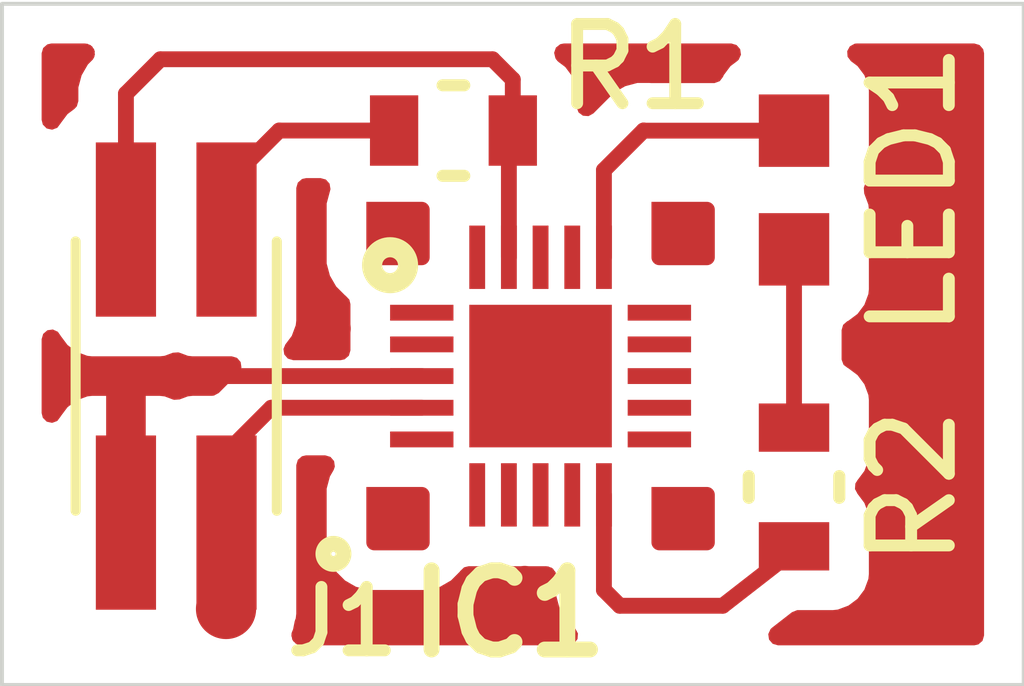
<source format=kicad_pcb>
(kicad_pcb (version 20241229) (generator "pcbnew") (generator_version "9.0")
  (layers (0 "F.Cu" signal) (2 "B.Cu" signal) (13 "F.Paste" user) (15 "B.Paste" user) (5 "F.SilkS" user "F.Silkscreen") (7 "B.SilkS" user "B.Silkscreen") (1 "F.Mask" user) (3 "B.Mask" user) (25 "Edge.Cuts" user))
  (net 0 "")
  (net 2 "5V")
  (net 9 "UPDI")
  (net 14 "GND")
  (net 20 "TX")
  (net 21 "Net-(IC1-PC1)")
  (net 22 "Net-(LED1-Pad1)")
  (net 23 "Net-(IC1-PB_4)")
  (footprint "Neil:LED 0603" (layer "F.Cu") (at 153.3 88.6507 90)
    (property "Reference" "LED1" (at 0 1.5 90) (layer "F.SilkS"))
    (property "Value" "B1911USD-20D000114U1930" (hide yes))
    (pad "1" smd rect (at -0.7493 0 90) (size 0.9144 0.889) (layers "F.Cu" "F.Mask" "F.Paste") (net 22 "Net-(LED1-Pad1)"))
    (pad "2" smd rect (at 0.7493 0 90) (size 0.9144 0.889) (layers "F.Cu" "F.Mask" "F.Paste") (net 21 "Net-(IC1-PC1)"))
    (zone (net 0) (net_name "") (layer "F.Cu") (connect_pads (clearance 0)) (min_thickness 0.254)
      (keepout (tracks not_allowed) (vias not_allowed) (pads allowed) (copperpour not_allowed) (footprints allowed))
      (fill (thermal_gap 0.508) (thermal_bridge_width 0.508))
      (polygon (pts (xy 152.9063 88.892) (xy 152.9063 88.4094) (xy 153.6937 88.4094) (xy 153.6937 88.892)))
    )
  )
  (footprint "Neil:Resistor 0603" (layer "F.Cu") (at 149 87.9)
    (property "Reference" "R1" (at 2.3 -0.8 0) (layer "F.SilkS"))
    (property "Value" "4.99k" (hide yes))
    (fp_line (start -0.13695 0.5715) (end 0.13695 0.5715) (stroke (width 0.1524)) (layer "F.SilkS"))
    (fp_line (start 0.13695 -0.5715) (end -0.13695 -0.5715) (stroke (width 0.1524)) (layer "F.SilkS"))
    (pad "1" smd rect (at -0.7493 0) (size 0.6096 0.889) (layers "F.Cu" "F.Mask" "F.Paste") (net 20 "TX"))
    (pad "2" smd rect (at 0.7493 0) (size 0.6096 0.889) (layers "F.Cu" "F.Mask" "F.Paste") (net 9 "UPDI"))
    (zone (net 0) (net_name "") (layer "F.Cu") (connect_pads (clearance 0)) (min_thickness 0.254)
      (keepout (tracks not_allowed) (vias not_allowed) (pads allowed) (copperpour not_allowed) (footprints allowed))
      (fill (thermal_gap 0.508) (thermal_bridge_width 0.508))
      (polygon (pts (xy 148.6063 87.5063) (xy 149.3937 87.5063) (xy 149.3937 88.2937) (xy 148.6063 88.2937)))
    )
  )
  (footprint "Neil:2x2x0.5 header" (layer "F.Cu") (at 145.5 91 180)
    (property "Reference" "J1" (at -2.1 -3.1 0) (layer "F.SilkS") (effects (font (size 0.800567 0.800567))))
    (property "Value" "UPDI" (hide yes))
    (fp_line (start 1.27 1.7) (end 1.27 -1.7) (stroke (width 0.127)) (layer "F.SilkS"))
    (fp_line (start -1.27 1.7) (end -1.27 -1.7) (stroke (width 0.127)) (layer "F.SilkS"))
    (fp_circle (center -1.985 -2.245) (end -1.858 -2.245) (stroke (width 0.2)) (fill no) (layer "F.SilkS"))
    (pad "1" smd rect (at -0.635 -1.85 180) (size 0.76 2.2) (layers "F.Cu" "F.Mask" "F.Paste") (net 2 "5V"))
    (pad "2" smd rect (at -0.635 1.85 180) (size 0.76 2.2) (layers "F.Cu" "F.Mask" "F.Paste") (net 20 "TX"))
    (pad "3" smd rect (at 0.635 -1.85 180) (size 0.76 2.2) (layers "F.Cu" "F.Mask" "F.Paste") (net 14 "GND"))
    (pad "4" smd rect (at 0.635 1.85 180) (size 0.76 2.2) (layers "F.Cu" "F.Mask" "F.Paste") (net 9 "UPDI"))
  )
  (footprint "Neil:Resistor 0603" (layer "F.Cu") (at 153.3 92.4 -90)
    (property "Reference" "R2" (at 0 -1.5 90) (layer "F.SilkS"))
    (property "Value" "10k" (hide yes))
    (fp_line (start -0.13695 0.5715) (end 0.13695 0.5715) (stroke (width 0.1524)) (layer "F.SilkS"))
    (fp_line (start 0.13695 -0.5715) (end -0.13695 -0.5715) (stroke (width 0.1524)) (layer "F.SilkS"))
    (pad "1" smd rect (at -0.7493 0 270) (size 0.6096 0.889) (layers "F.Cu" "F.Mask" "F.Paste") (net 22 "Net-(LED1-Pad1)"))
    (pad "2" smd rect (at 0.7493 0 270) (size 0.6096 0.889) (layers "F.Cu" "F.Mask" "F.Paste") (net 23 "Net-(IC1-PB_4)"))
    (zone (net 0) (net_name "") (layer "F.Cu") (connect_pads (clearance 0)) (min_thickness 0.254)
      (keepout (tracks not_allowed) (vias not_allowed) (pads allowed) (copperpour not_allowed) (footprints allowed))
      (fill (thermal_gap 0.508) (thermal_bridge_width 0.508))
      (polygon (pts (xy 153.6937 92.0063) (xy 153.6937 92.7937) (xy 152.9063 92.7937) (xy 152.9063 92.0063)))
    )
  )
  (footprint "Neil:ATtiny3226-MU" (layer "F.Cu") (at 150.1 91)
    (property "Reference" "IC1" (at -0.4 3 0) (layer "F.SilkS") (effects (font (thickness 0.2) (bold yes))))
    (property "Value" "ATTINY3226-MU" (hide yes))
    (fp_circle (center -1.9 -1.4) (end -1.8 -1.4) (stroke (width 0.254)) (fill no) (layer "F.SilkS"))
    (pad "1" smd rect (at -1.5 -0.8 90) (size 0.2 0.8) (layers "F.Cu" "F.Mask" "F.Paste"))
    (pad "2" smd rect (at -1.5 -0.4 90) (size 0.2 0.8) (layers "F.Cu" "F.Mask" "F.Paste"))
    (pad "3" smd rect (at -1.5 0 90) (size 0.2 0.8) (layers "F.Cu" "F.Mask" "F.Paste") (net 14 "GND"))
    (pad "4" smd rect (at -1.5 0.4 90) (size 0.2 0.8) (layers "F.Cu" "F.Mask" "F.Paste") (net 2 "5V"))
    (pad "5" smd rect (at -1.5 0.8 90) (size 0.2 0.8) (layers "F.Cu" "F.Mask" "F.Paste"))
    (pad "6" smd rect (at -0.8 1.5) (size 0.2 0.8) (layers "F.Cu" "F.Mask" "F.Paste"))
    (pad "7" smd rect (at -0.4 1.5) (size 0.2 0.8) (layers "F.Cu" "F.Mask" "F.Paste"))
    (pad "8" smd rect (at 0 1.5) (size 0.2 0.8) (layers "F.Cu" "F.Mask" "F.Paste"))
    (pad "9" smd rect (at 0.4 1.5) (size 0.2 0.8) (layers "F.Cu" "F.Mask" "F.Paste"))
    (pad "10" smd rect (at 0.8 1.5) (size 0.2 0.8) (layers "F.Cu" "F.Mask" "F.Paste") (net 23 "Net-(IC1-PB_4)"))
    (pad "11" smd rect (at 1.5 0.8 90) (size 0.2 0.8) (layers "F.Cu" "F.Mask" "F.Paste"))
    (pad "12" smd rect (at 1.5 0.4 90) (size 0.2 0.8) (layers "F.Cu" "F.Mask" "F.Paste"))
    (pad "13" smd rect (at 1.5 0 90) (size 0.2 0.8) (layers "F.Cu" "F.Mask" "F.Paste"))
    (pad "14" smd rect (at 1.5 -0.4 90) (size 0.2 0.8) (layers "F.Cu" "F.Mask" "F.Paste"))
    (pad "15" smd rect (at 1.5 -0.8 90) (size 0.2 0.8) (layers "F.Cu" "F.Mask" "F.Paste"))
    (pad "16" smd rect (at 0.8 -1.5) (size 0.2 0.8) (layers "F.Cu" "F.Mask" "F.Paste") (net 21 "Net-(IC1-PC1)"))
    (pad "17" smd rect (at 0.4 -1.5) (size 0.2 0.8) (layers "F.Cu" "F.Mask" "F.Paste"))
    (pad "18" smd rect (at 0 -1.5) (size 0.2 0.8) (layers "F.Cu" "F.Mask" "F.Paste"))
    (pad "19" smd rect (at -0.4 -1.5) (size 0.2 0.8) (layers "F.Cu" "F.Mask" "F.Paste") (net 9 "UPDI"))
    (pad "20" smd rect (at -0.8 -1.5) (size 0.2 0.8) (layers "F.Cu" "F.Mask" "F.Paste"))
    (pad "21" smd rect (at 0 0) (size 1.8 1.8) (layers "F.Cu" "F.Mask" "F.Paste"))
  )
  (gr_rect (start 151.6 92.5) (end 152.2 93.1) (stroke (width 0.2)) (fill yes) (layer "F.Cu"))
  (gr_rect (start 151.6 88.9) (end 152.2 89.5) (stroke (width 0.2)) (fill yes) (layer "F.Cu"))
  (gr_rect (start 148 92.5) (end 148.6 93.1) (stroke (width 0.2)) (fill yes) (layer "F.Cu"))
  (gr_circle (center 146.128659 93.940495) (end 146.408659 93.940495) (stroke (width 0.2)) (fill yes) (layer "F.Cu") (net 2))
  (gr_rect (start 148 88.9) (end 148.6 89.5) (stroke (width 0.2)) (fill yes) (layer "F.Cu"))
  (gr_rect (start 143.3 86.3) (end 156.2 94.9) (stroke (width 0.05)) (fill no) (layer "Edge.Cuts"))
  (segment (start 146.135 91.965) (end 146.135 92.85) (width 0.2) (layer "F.Cu") (net 2))
  (segment (start 148.6 91.4) (end 146.7 91.4) (width 0.2) (layer "F.Cu") (net 2))
  (segment (start 146.7 91.4) (end 146.135 91.965) (width 0.2) (layer "F.Cu") (net 2))
  (segment (start 149.7493 87.2555) (end 149.4938 87) (width 0.2) (layer "F.Cu") (net 9))
  (segment (start 149.7 87.9493) (end 149.7493 87.9) (width 0.2) (layer "F.Cu") (net 9))
  (segment (start 149.4938 87) (end 145.3 87) (width 0.2) (layer "F.Cu") (net 9))
  (segment (start 144.865 87.435) (end 144.865 89.15) (width 0.2) (layer "F.Cu") (net 9))
  (segment (start 145.3 87) (end 144.865 87.435) (width 0.2) (layer "F.Cu") (net 9))
  (segment (start 149.7493 87.9) (end 149.7493 87.2555) (width 0.2) (layer "F.Cu") (net 9))
  (segment (start 149.7 89.5) (end 149.7 87.9493) (width 0.2) (layer "F.Cu") (net 9))
  (segment (start 145.1 91) (end 144.865 91.235) (width 0.2) (layer "F.Cu") (net 14))
  (segment (start 148.6 91) (end 145.1 91) (width 0.2) (layer "F.Cu") (net 14))
  (segment (start 144.865 91.235) (end 144.865 92.85) (width 0.2) (layer "F.Cu") (net 14))
  (segment (start 146.8 87.9) (end 148.2507 87.9) (width 0.2) (layer "F.Cu") (net 20))
  (segment (start 146.135 88.565) (end 146.8 87.9) (width 0.2) (layer "F.Cu") (net 20))
  (segment (start 146.135 89.15) (end 146.135 88.565) (width 0.2) (layer "F.Cu") (net 20))
  (segment (start 150.9 88.4) (end 151.4 87.9) (width 0.2) (layer "F.Cu") (net 21))
  (segment (start 150.9 89.5) (end 150.9 88.4) (width 0.2) (layer "F.Cu") (net 21))
  (segment (start 151.4 87.9) (end 151.4014 87.9014) (width 0.2) (layer "F.Cu") (net 21))
  (segment (start 151.4014 87.9014) (end 153.3 87.9014) (width 0.2) (layer "F.Cu") (net 21))
  (segment (start 153.3 91.6507) (end 153.3 89.4) (width 0.2) (layer "F.Cu") (net 22))
  (segment (start 153.3 93.2) (end 153.3 93.1493) (width 0.2) (layer "F.Cu") (net 23))
  (segment (start 150.9 93.7) (end 151.1 93.9) (width 0.2) (layer "F.Cu") (net 23))
  (segment (start 152.4 93.9) (end 153.3 93.2) (width 0.2) (layer "F.Cu") (net 23))
  (segment (start 150.9 92.5) (end 150.9 93.7) (width 0.2) (layer "F.Cu") (net 23))
  (segment (start 151.1 93.9) (end 152.4 93.9) (width 0.2) (layer "F.Cu") (net 23))
  (zone (net 14) (net_name "GND") (layer "F.Cu") (connect_pads (clearance 0.5)) (min_thickness 0.25) (fill yes (thermal_gap 0.5) (thermal_bridge_width 0.5) (island_removal_mode 1) (island_area_min 10))
    (polygon (pts (xy 143.3 86.31) (xy 143.28 94.89) (xy 156.22 94.92) (xy 156.19 86.29)))
  )
)
</source>
